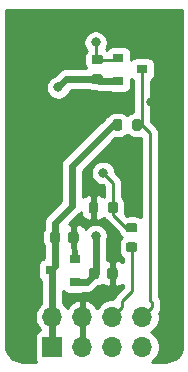
<source format=gbr>
G04 #@! TF.GenerationSoftware,KiCad,Pcbnew,(5.1.5)-3*
G04 #@! TF.CreationDate,2021-06-10T12:01:20+03:00*
G04 #@! TF.ProjectId,CNC3018Bluetooth,434e4333-3031-4384-926c-7565746f6f74,rev?*
G04 #@! TF.SameCoordinates,Original*
G04 #@! TF.FileFunction,Copper,L2,Bot*
G04 #@! TF.FilePolarity,Positive*
%FSLAX46Y46*%
G04 Gerber Fmt 4.6, Leading zero omitted, Abs format (unit mm)*
G04 Created by KiCad (PCBNEW (5.1.5)-3) date 2021-06-10 12:01:20*
%MOMM*%
%LPD*%
G04 APERTURE LIST*
%ADD10C,0.100000*%
%ADD11R,0.900000X0.800000*%
%ADD12O,1.700000X1.700000*%
%ADD13R,1.700000X1.700000*%
%ADD14C,0.800000*%
%ADD15C,0.600000*%
%ADD16C,0.250000*%
%ADD17C,0.254000*%
G04 APERTURE END LIST*
G04 #@! TA.AperFunction,SMDPad,CuDef*
D10*
G36*
X139867603Y-115361963D02*
G01*
X139887018Y-115364843D01*
X139906057Y-115369612D01*
X139924537Y-115376224D01*
X139942279Y-115384616D01*
X139959114Y-115394706D01*
X139974879Y-115406398D01*
X139989421Y-115419579D01*
X140002602Y-115434121D01*
X140014294Y-115449886D01*
X140024384Y-115466721D01*
X140032776Y-115484463D01*
X140039388Y-115502943D01*
X140044157Y-115521982D01*
X140047037Y-115541397D01*
X140048000Y-115561000D01*
X140048000Y-115961000D01*
X140047037Y-115980603D01*
X140044157Y-116000018D01*
X140039388Y-116019057D01*
X140032776Y-116037537D01*
X140024384Y-116055279D01*
X140014294Y-116072114D01*
X140002602Y-116087879D01*
X139989421Y-116102421D01*
X139974879Y-116115602D01*
X139959114Y-116127294D01*
X139942279Y-116137384D01*
X139924537Y-116145776D01*
X139906057Y-116152388D01*
X139887018Y-116157157D01*
X139867603Y-116160037D01*
X139848000Y-116161000D01*
X139298000Y-116161000D01*
X139278397Y-116160037D01*
X139258982Y-116157157D01*
X139239943Y-116152388D01*
X139221463Y-116145776D01*
X139203721Y-116137384D01*
X139186886Y-116127294D01*
X139171121Y-116115602D01*
X139156579Y-116102421D01*
X139143398Y-116087879D01*
X139131706Y-116072114D01*
X139121616Y-116055279D01*
X139113224Y-116037537D01*
X139106612Y-116019057D01*
X139101843Y-116000018D01*
X139098963Y-115980603D01*
X139098000Y-115961000D01*
X139098000Y-115561000D01*
X139098963Y-115541397D01*
X139101843Y-115521982D01*
X139106612Y-115502943D01*
X139113224Y-115484463D01*
X139121616Y-115466721D01*
X139131706Y-115449886D01*
X139143398Y-115434121D01*
X139156579Y-115419579D01*
X139171121Y-115406398D01*
X139186886Y-115394706D01*
X139203721Y-115384616D01*
X139221463Y-115376224D01*
X139239943Y-115369612D01*
X139258982Y-115364843D01*
X139278397Y-115361963D01*
X139298000Y-115361000D01*
X139848000Y-115361000D01*
X139867603Y-115361963D01*
G37*
G04 #@! TD.AperFunction*
G04 #@! TA.AperFunction,SMDPad,CuDef*
G36*
X139867603Y-117011963D02*
G01*
X139887018Y-117014843D01*
X139906057Y-117019612D01*
X139924537Y-117026224D01*
X139942279Y-117034616D01*
X139959114Y-117044706D01*
X139974879Y-117056398D01*
X139989421Y-117069579D01*
X140002602Y-117084121D01*
X140014294Y-117099886D01*
X140024384Y-117116721D01*
X140032776Y-117134463D01*
X140039388Y-117152943D01*
X140044157Y-117171982D01*
X140047037Y-117191397D01*
X140048000Y-117211000D01*
X140048000Y-117611000D01*
X140047037Y-117630603D01*
X140044157Y-117650018D01*
X140039388Y-117669057D01*
X140032776Y-117687537D01*
X140024384Y-117705279D01*
X140014294Y-117722114D01*
X140002602Y-117737879D01*
X139989421Y-117752421D01*
X139974879Y-117765602D01*
X139959114Y-117777294D01*
X139942279Y-117787384D01*
X139924537Y-117795776D01*
X139906057Y-117802388D01*
X139887018Y-117807157D01*
X139867603Y-117810037D01*
X139848000Y-117811000D01*
X139298000Y-117811000D01*
X139278397Y-117810037D01*
X139258982Y-117807157D01*
X139239943Y-117802388D01*
X139221463Y-117795776D01*
X139203721Y-117787384D01*
X139186886Y-117777294D01*
X139171121Y-117765602D01*
X139156579Y-117752421D01*
X139143398Y-117737879D01*
X139131706Y-117722114D01*
X139121616Y-117705279D01*
X139113224Y-117687537D01*
X139106612Y-117669057D01*
X139101843Y-117650018D01*
X139098963Y-117630603D01*
X139098000Y-117611000D01*
X139098000Y-117211000D01*
X139098963Y-117191397D01*
X139101843Y-117171982D01*
X139106612Y-117152943D01*
X139113224Y-117134463D01*
X139121616Y-117116721D01*
X139131706Y-117099886D01*
X139143398Y-117084121D01*
X139156579Y-117069579D01*
X139171121Y-117056398D01*
X139186886Y-117044706D01*
X139203721Y-117034616D01*
X139221463Y-117026224D01*
X139239943Y-117019612D01*
X139258982Y-117014843D01*
X139278397Y-117011963D01*
X139298000Y-117011000D01*
X139848000Y-117011000D01*
X139867603Y-117011963D01*
G37*
G04 #@! TD.AperFunction*
G04 #@! TA.AperFunction,SMDPad,CuDef*
G36*
X138204603Y-113571963D02*
G01*
X138224018Y-113574843D01*
X138243057Y-113579612D01*
X138261537Y-113586224D01*
X138279279Y-113594616D01*
X138296114Y-113604706D01*
X138311879Y-113616398D01*
X138326421Y-113629579D01*
X138339602Y-113644121D01*
X138351294Y-113659886D01*
X138361384Y-113676721D01*
X138369776Y-113694463D01*
X138376388Y-113712943D01*
X138381157Y-113731982D01*
X138384037Y-113751397D01*
X138385000Y-113771000D01*
X138385000Y-114321000D01*
X138384037Y-114340603D01*
X138381157Y-114360018D01*
X138376388Y-114379057D01*
X138369776Y-114397537D01*
X138361384Y-114415279D01*
X138351294Y-114432114D01*
X138339602Y-114447879D01*
X138326421Y-114462421D01*
X138311879Y-114475602D01*
X138296114Y-114487294D01*
X138279279Y-114497384D01*
X138261537Y-114505776D01*
X138243057Y-114512388D01*
X138224018Y-114517157D01*
X138204603Y-114520037D01*
X138185000Y-114521000D01*
X137785000Y-114521000D01*
X137765397Y-114520037D01*
X137745982Y-114517157D01*
X137726943Y-114512388D01*
X137708463Y-114505776D01*
X137690721Y-114497384D01*
X137673886Y-114487294D01*
X137658121Y-114475602D01*
X137643579Y-114462421D01*
X137630398Y-114447879D01*
X137618706Y-114432114D01*
X137608616Y-114415279D01*
X137600224Y-114397537D01*
X137593612Y-114379057D01*
X137588843Y-114360018D01*
X137585963Y-114340603D01*
X137585000Y-114321000D01*
X137585000Y-113771000D01*
X137585963Y-113751397D01*
X137588843Y-113731982D01*
X137593612Y-113712943D01*
X137600224Y-113694463D01*
X137608616Y-113676721D01*
X137618706Y-113659886D01*
X137630398Y-113644121D01*
X137643579Y-113629579D01*
X137658121Y-113616398D01*
X137673886Y-113604706D01*
X137690721Y-113594616D01*
X137708463Y-113586224D01*
X137726943Y-113579612D01*
X137745982Y-113574843D01*
X137765397Y-113571963D01*
X137785000Y-113571000D01*
X138185000Y-113571000D01*
X138204603Y-113571963D01*
G37*
G04 #@! TD.AperFunction*
G04 #@! TA.AperFunction,SMDPad,CuDef*
G36*
X136554603Y-113571963D02*
G01*
X136574018Y-113574843D01*
X136593057Y-113579612D01*
X136611537Y-113586224D01*
X136629279Y-113594616D01*
X136646114Y-113604706D01*
X136661879Y-113616398D01*
X136676421Y-113629579D01*
X136689602Y-113644121D01*
X136701294Y-113659886D01*
X136711384Y-113676721D01*
X136719776Y-113694463D01*
X136726388Y-113712943D01*
X136731157Y-113731982D01*
X136734037Y-113751397D01*
X136735000Y-113771000D01*
X136735000Y-114321000D01*
X136734037Y-114340603D01*
X136731157Y-114360018D01*
X136726388Y-114379057D01*
X136719776Y-114397537D01*
X136711384Y-114415279D01*
X136701294Y-114432114D01*
X136689602Y-114447879D01*
X136676421Y-114462421D01*
X136661879Y-114475602D01*
X136646114Y-114487294D01*
X136629279Y-114497384D01*
X136611537Y-114505776D01*
X136593057Y-114512388D01*
X136574018Y-114517157D01*
X136554603Y-114520037D01*
X136535000Y-114521000D01*
X136135000Y-114521000D01*
X136115397Y-114520037D01*
X136095982Y-114517157D01*
X136076943Y-114512388D01*
X136058463Y-114505776D01*
X136040721Y-114497384D01*
X136023886Y-114487294D01*
X136008121Y-114475602D01*
X135993579Y-114462421D01*
X135980398Y-114447879D01*
X135968706Y-114432114D01*
X135958616Y-114415279D01*
X135950224Y-114397537D01*
X135943612Y-114379057D01*
X135938843Y-114360018D01*
X135935963Y-114340603D01*
X135935000Y-114321000D01*
X135935000Y-113771000D01*
X135935963Y-113751397D01*
X135938843Y-113731982D01*
X135943612Y-113712943D01*
X135950224Y-113694463D01*
X135958616Y-113676721D01*
X135968706Y-113659886D01*
X135980398Y-113644121D01*
X135993579Y-113629579D01*
X136008121Y-113616398D01*
X136023886Y-113604706D01*
X136040721Y-113594616D01*
X136058463Y-113586224D01*
X136076943Y-113579612D01*
X136095982Y-113574843D01*
X136115397Y-113571963D01*
X136135000Y-113571000D01*
X136535000Y-113571000D01*
X136554603Y-113571963D01*
G37*
G04 #@! TD.AperFunction*
D11*
X132731000Y-119380000D03*
X134731000Y-120330000D03*
X134731000Y-118430000D03*
G04 #@! TA.AperFunction,SMDPad,CuDef*
D10*
G36*
X140236603Y-106586963D02*
G01*
X140256018Y-106589843D01*
X140275057Y-106594612D01*
X140293537Y-106601224D01*
X140311279Y-106609616D01*
X140328114Y-106619706D01*
X140343879Y-106631398D01*
X140358421Y-106644579D01*
X140371602Y-106659121D01*
X140383294Y-106674886D01*
X140393384Y-106691721D01*
X140401776Y-106709463D01*
X140408388Y-106727943D01*
X140413157Y-106746982D01*
X140416037Y-106766397D01*
X140417000Y-106786000D01*
X140417000Y-107336000D01*
X140416037Y-107355603D01*
X140413157Y-107375018D01*
X140408388Y-107394057D01*
X140401776Y-107412537D01*
X140393384Y-107430279D01*
X140383294Y-107447114D01*
X140371602Y-107462879D01*
X140358421Y-107477421D01*
X140343879Y-107490602D01*
X140328114Y-107502294D01*
X140311279Y-107512384D01*
X140293537Y-107520776D01*
X140275057Y-107527388D01*
X140256018Y-107532157D01*
X140236603Y-107535037D01*
X140217000Y-107536000D01*
X139817000Y-107536000D01*
X139797397Y-107535037D01*
X139777982Y-107532157D01*
X139758943Y-107527388D01*
X139740463Y-107520776D01*
X139722721Y-107512384D01*
X139705886Y-107502294D01*
X139690121Y-107490602D01*
X139675579Y-107477421D01*
X139662398Y-107462879D01*
X139650706Y-107447114D01*
X139640616Y-107430279D01*
X139632224Y-107412537D01*
X139625612Y-107394057D01*
X139620843Y-107375018D01*
X139617963Y-107355603D01*
X139617000Y-107336000D01*
X139617000Y-106786000D01*
X139617963Y-106766397D01*
X139620843Y-106746982D01*
X139625612Y-106727943D01*
X139632224Y-106709463D01*
X139640616Y-106691721D01*
X139650706Y-106674886D01*
X139662398Y-106659121D01*
X139675579Y-106644579D01*
X139690121Y-106631398D01*
X139705886Y-106619706D01*
X139722721Y-106609616D01*
X139740463Y-106601224D01*
X139758943Y-106594612D01*
X139777982Y-106589843D01*
X139797397Y-106586963D01*
X139817000Y-106586000D01*
X140217000Y-106586000D01*
X140236603Y-106586963D01*
G37*
G04 #@! TD.AperFunction*
G04 #@! TA.AperFunction,SMDPad,CuDef*
G36*
X138586603Y-106586963D02*
G01*
X138606018Y-106589843D01*
X138625057Y-106594612D01*
X138643537Y-106601224D01*
X138661279Y-106609616D01*
X138678114Y-106619706D01*
X138693879Y-106631398D01*
X138708421Y-106644579D01*
X138721602Y-106659121D01*
X138733294Y-106674886D01*
X138743384Y-106691721D01*
X138751776Y-106709463D01*
X138758388Y-106727943D01*
X138763157Y-106746982D01*
X138766037Y-106766397D01*
X138767000Y-106786000D01*
X138767000Y-107336000D01*
X138766037Y-107355603D01*
X138763157Y-107375018D01*
X138758388Y-107394057D01*
X138751776Y-107412537D01*
X138743384Y-107430279D01*
X138733294Y-107447114D01*
X138721602Y-107462879D01*
X138708421Y-107477421D01*
X138693879Y-107490602D01*
X138678114Y-107502294D01*
X138661279Y-107512384D01*
X138643537Y-107520776D01*
X138625057Y-107527388D01*
X138606018Y-107532157D01*
X138586603Y-107535037D01*
X138567000Y-107536000D01*
X138167000Y-107536000D01*
X138147397Y-107535037D01*
X138127982Y-107532157D01*
X138108943Y-107527388D01*
X138090463Y-107520776D01*
X138072721Y-107512384D01*
X138055886Y-107502294D01*
X138040121Y-107490602D01*
X138025579Y-107477421D01*
X138012398Y-107462879D01*
X138000706Y-107447114D01*
X137990616Y-107430279D01*
X137982224Y-107412537D01*
X137975612Y-107394057D01*
X137970843Y-107375018D01*
X137967963Y-107355603D01*
X137967000Y-107336000D01*
X137967000Y-106786000D01*
X137967963Y-106766397D01*
X137970843Y-106746982D01*
X137975612Y-106727943D01*
X137982224Y-106709463D01*
X137990616Y-106691721D01*
X138000706Y-106674886D01*
X138012398Y-106659121D01*
X138025579Y-106644579D01*
X138040121Y-106631398D01*
X138055886Y-106619706D01*
X138072721Y-106609616D01*
X138090463Y-106601224D01*
X138108943Y-106594612D01*
X138127982Y-106589843D01*
X138147397Y-106586963D01*
X138167000Y-106586000D01*
X138567000Y-106586000D01*
X138586603Y-106586963D01*
G37*
G04 #@! TD.AperFunction*
G04 #@! TA.AperFunction,SMDPad,CuDef*
G36*
X136946603Y-101137963D02*
G01*
X136966018Y-101140843D01*
X136985057Y-101145612D01*
X137003537Y-101152224D01*
X137021279Y-101160616D01*
X137038114Y-101170706D01*
X137053879Y-101182398D01*
X137068421Y-101195579D01*
X137081602Y-101210121D01*
X137093294Y-101225886D01*
X137103384Y-101242721D01*
X137111776Y-101260463D01*
X137118388Y-101278943D01*
X137123157Y-101297982D01*
X137126037Y-101317397D01*
X137127000Y-101337000D01*
X137127000Y-101737000D01*
X137126037Y-101756603D01*
X137123157Y-101776018D01*
X137118388Y-101795057D01*
X137111776Y-101813537D01*
X137103384Y-101831279D01*
X137093294Y-101848114D01*
X137081602Y-101863879D01*
X137068421Y-101878421D01*
X137053879Y-101891602D01*
X137038114Y-101903294D01*
X137021279Y-101913384D01*
X137003537Y-101921776D01*
X136985057Y-101928388D01*
X136966018Y-101933157D01*
X136946603Y-101936037D01*
X136927000Y-101937000D01*
X136377000Y-101937000D01*
X136357397Y-101936037D01*
X136337982Y-101933157D01*
X136318943Y-101928388D01*
X136300463Y-101921776D01*
X136282721Y-101913384D01*
X136265886Y-101903294D01*
X136250121Y-101891602D01*
X136235579Y-101878421D01*
X136222398Y-101863879D01*
X136210706Y-101848114D01*
X136200616Y-101831279D01*
X136192224Y-101813537D01*
X136185612Y-101795057D01*
X136180843Y-101776018D01*
X136177963Y-101756603D01*
X136177000Y-101737000D01*
X136177000Y-101337000D01*
X136177963Y-101317397D01*
X136180843Y-101297982D01*
X136185612Y-101278943D01*
X136192224Y-101260463D01*
X136200616Y-101242721D01*
X136210706Y-101225886D01*
X136222398Y-101210121D01*
X136235579Y-101195579D01*
X136250121Y-101182398D01*
X136265886Y-101170706D01*
X136282721Y-101160616D01*
X136300463Y-101152224D01*
X136318943Y-101145612D01*
X136337982Y-101140843D01*
X136357397Y-101137963D01*
X136377000Y-101137000D01*
X136927000Y-101137000D01*
X136946603Y-101137963D01*
G37*
G04 #@! TD.AperFunction*
G04 #@! TA.AperFunction,SMDPad,CuDef*
G36*
X136946603Y-102787963D02*
G01*
X136966018Y-102790843D01*
X136985057Y-102795612D01*
X137003537Y-102802224D01*
X137021279Y-102810616D01*
X137038114Y-102820706D01*
X137053879Y-102832398D01*
X137068421Y-102845579D01*
X137081602Y-102860121D01*
X137093294Y-102875886D01*
X137103384Y-102892721D01*
X137111776Y-102910463D01*
X137118388Y-102928943D01*
X137123157Y-102947982D01*
X137126037Y-102967397D01*
X137127000Y-102987000D01*
X137127000Y-103387000D01*
X137126037Y-103406603D01*
X137123157Y-103426018D01*
X137118388Y-103445057D01*
X137111776Y-103463537D01*
X137103384Y-103481279D01*
X137093294Y-103498114D01*
X137081602Y-103513879D01*
X137068421Y-103528421D01*
X137053879Y-103541602D01*
X137038114Y-103553294D01*
X137021279Y-103563384D01*
X137003537Y-103571776D01*
X136985057Y-103578388D01*
X136966018Y-103583157D01*
X136946603Y-103586037D01*
X136927000Y-103587000D01*
X136377000Y-103587000D01*
X136357397Y-103586037D01*
X136337982Y-103583157D01*
X136318943Y-103578388D01*
X136300463Y-103571776D01*
X136282721Y-103563384D01*
X136265886Y-103553294D01*
X136250121Y-103541602D01*
X136235579Y-103528421D01*
X136222398Y-103513879D01*
X136210706Y-103498114D01*
X136200616Y-103481279D01*
X136192224Y-103463537D01*
X136185612Y-103445057D01*
X136180843Y-103426018D01*
X136177963Y-103406603D01*
X136177000Y-103387000D01*
X136177000Y-102987000D01*
X136177963Y-102967397D01*
X136180843Y-102947982D01*
X136185612Y-102928943D01*
X136192224Y-102910463D01*
X136200616Y-102892721D01*
X136210706Y-102875886D01*
X136222398Y-102860121D01*
X136235579Y-102845579D01*
X136250121Y-102832398D01*
X136265886Y-102820706D01*
X136282721Y-102810616D01*
X136300463Y-102802224D01*
X136318943Y-102795612D01*
X136337982Y-102790843D01*
X136357397Y-102787963D01*
X136377000Y-102787000D01*
X136927000Y-102787000D01*
X136946603Y-102787963D01*
G37*
G04 #@! TD.AperFunction*
D11*
X140446000Y-102362000D03*
X138446000Y-101412000D03*
X138446000Y-103312000D03*
D12*
X140462000Y-123317000D03*
X140462000Y-125857000D03*
X137922000Y-123317000D03*
X137922000Y-125857000D03*
X135382000Y-123317000D03*
X135382000Y-125857000D03*
X132842000Y-123317000D03*
D13*
X132842000Y-125857000D03*
G04 #@! TA.AperFunction,SMDPad,CuDef*
D10*
G36*
X138182054Y-119160083D02*
G01*
X138203895Y-119163323D01*
X138225314Y-119168688D01*
X138246104Y-119176127D01*
X138266064Y-119185568D01*
X138285003Y-119196919D01*
X138302738Y-119210073D01*
X138319099Y-119224901D01*
X138333927Y-119241262D01*
X138347081Y-119258997D01*
X138358432Y-119277936D01*
X138367873Y-119297896D01*
X138375312Y-119318686D01*
X138380677Y-119340105D01*
X138383917Y-119361946D01*
X138385000Y-119384000D01*
X138385000Y-119884000D01*
X138383917Y-119906054D01*
X138380677Y-119927895D01*
X138375312Y-119949314D01*
X138367873Y-119970104D01*
X138358432Y-119990064D01*
X138347081Y-120009003D01*
X138333927Y-120026738D01*
X138319099Y-120043099D01*
X138302738Y-120057927D01*
X138285003Y-120071081D01*
X138266064Y-120082432D01*
X138246104Y-120091873D01*
X138225314Y-120099312D01*
X138203895Y-120104677D01*
X138182054Y-120107917D01*
X138160000Y-120109000D01*
X137710000Y-120109000D01*
X137687946Y-120107917D01*
X137666105Y-120104677D01*
X137644686Y-120099312D01*
X137623896Y-120091873D01*
X137603936Y-120082432D01*
X137584997Y-120071081D01*
X137567262Y-120057927D01*
X137550901Y-120043099D01*
X137536073Y-120026738D01*
X137522919Y-120009003D01*
X137511568Y-119990064D01*
X137502127Y-119970104D01*
X137494688Y-119949314D01*
X137489323Y-119927895D01*
X137486083Y-119906054D01*
X137485000Y-119884000D01*
X137485000Y-119384000D01*
X137486083Y-119361946D01*
X137489323Y-119340105D01*
X137494688Y-119318686D01*
X137502127Y-119297896D01*
X137511568Y-119277936D01*
X137522919Y-119258997D01*
X137536073Y-119241262D01*
X137550901Y-119224901D01*
X137567262Y-119210073D01*
X137584997Y-119196919D01*
X137603936Y-119185568D01*
X137623896Y-119176127D01*
X137644686Y-119168688D01*
X137666105Y-119163323D01*
X137687946Y-119160083D01*
X137710000Y-119159000D01*
X138160000Y-119159000D01*
X138182054Y-119160083D01*
G37*
G04 #@! TD.AperFunction*
G04 #@! TA.AperFunction,SMDPad,CuDef*
G36*
X136632054Y-119160083D02*
G01*
X136653895Y-119163323D01*
X136675314Y-119168688D01*
X136696104Y-119176127D01*
X136716064Y-119185568D01*
X136735003Y-119196919D01*
X136752738Y-119210073D01*
X136769099Y-119224901D01*
X136783927Y-119241262D01*
X136797081Y-119258997D01*
X136808432Y-119277936D01*
X136817873Y-119297896D01*
X136825312Y-119318686D01*
X136830677Y-119340105D01*
X136833917Y-119361946D01*
X136835000Y-119384000D01*
X136835000Y-119884000D01*
X136833917Y-119906054D01*
X136830677Y-119927895D01*
X136825312Y-119949314D01*
X136817873Y-119970104D01*
X136808432Y-119990064D01*
X136797081Y-120009003D01*
X136783927Y-120026738D01*
X136769099Y-120043099D01*
X136752738Y-120057927D01*
X136735003Y-120071081D01*
X136716064Y-120082432D01*
X136696104Y-120091873D01*
X136675314Y-120099312D01*
X136653895Y-120104677D01*
X136632054Y-120107917D01*
X136610000Y-120109000D01*
X136160000Y-120109000D01*
X136137946Y-120107917D01*
X136116105Y-120104677D01*
X136094686Y-120099312D01*
X136073896Y-120091873D01*
X136053936Y-120082432D01*
X136034997Y-120071081D01*
X136017262Y-120057927D01*
X136000901Y-120043099D01*
X135986073Y-120026738D01*
X135972919Y-120009003D01*
X135961568Y-119990064D01*
X135952127Y-119970104D01*
X135944688Y-119949314D01*
X135939323Y-119927895D01*
X135936083Y-119906054D01*
X135935000Y-119884000D01*
X135935000Y-119384000D01*
X135936083Y-119361946D01*
X135939323Y-119340105D01*
X135944688Y-119318686D01*
X135952127Y-119297896D01*
X135961568Y-119277936D01*
X135972919Y-119258997D01*
X135986073Y-119241262D01*
X136000901Y-119224901D01*
X136017262Y-119210073D01*
X136034997Y-119196919D01*
X136053936Y-119185568D01*
X136073896Y-119176127D01*
X136094686Y-119168688D01*
X136116105Y-119163323D01*
X136137946Y-119160083D01*
X136160000Y-119159000D01*
X136610000Y-119159000D01*
X136632054Y-119160083D01*
G37*
G04 #@! TD.AperFunction*
G04 #@! TA.AperFunction,SMDPad,CuDef*
G36*
X134880054Y-116112083D02*
G01*
X134901895Y-116115323D01*
X134923314Y-116120688D01*
X134944104Y-116128127D01*
X134964064Y-116137568D01*
X134983003Y-116148919D01*
X135000738Y-116162073D01*
X135017099Y-116176901D01*
X135031927Y-116193262D01*
X135045081Y-116210997D01*
X135056432Y-116229936D01*
X135065873Y-116249896D01*
X135073312Y-116270686D01*
X135078677Y-116292105D01*
X135081917Y-116313946D01*
X135083000Y-116336000D01*
X135083000Y-116836000D01*
X135081917Y-116858054D01*
X135078677Y-116879895D01*
X135073312Y-116901314D01*
X135065873Y-116922104D01*
X135056432Y-116942064D01*
X135045081Y-116961003D01*
X135031927Y-116978738D01*
X135017099Y-116995099D01*
X135000738Y-117009927D01*
X134983003Y-117023081D01*
X134964064Y-117034432D01*
X134944104Y-117043873D01*
X134923314Y-117051312D01*
X134901895Y-117056677D01*
X134880054Y-117059917D01*
X134858000Y-117061000D01*
X134408000Y-117061000D01*
X134385946Y-117059917D01*
X134364105Y-117056677D01*
X134342686Y-117051312D01*
X134321896Y-117043873D01*
X134301936Y-117034432D01*
X134282997Y-117023081D01*
X134265262Y-117009927D01*
X134248901Y-116995099D01*
X134234073Y-116978738D01*
X134220919Y-116961003D01*
X134209568Y-116942064D01*
X134200127Y-116922104D01*
X134192688Y-116901314D01*
X134187323Y-116879895D01*
X134184083Y-116858054D01*
X134183000Y-116836000D01*
X134183000Y-116336000D01*
X134184083Y-116313946D01*
X134187323Y-116292105D01*
X134192688Y-116270686D01*
X134200127Y-116249896D01*
X134209568Y-116229936D01*
X134220919Y-116210997D01*
X134234073Y-116193262D01*
X134248901Y-116176901D01*
X134265262Y-116162073D01*
X134282997Y-116148919D01*
X134301936Y-116137568D01*
X134321896Y-116128127D01*
X134342686Y-116120688D01*
X134364105Y-116115323D01*
X134385946Y-116112083D01*
X134408000Y-116111000D01*
X134858000Y-116111000D01*
X134880054Y-116112083D01*
G37*
G04 #@! TD.AperFunction*
G04 #@! TA.AperFunction,SMDPad,CuDef*
G36*
X133330054Y-116112083D02*
G01*
X133351895Y-116115323D01*
X133373314Y-116120688D01*
X133394104Y-116128127D01*
X133414064Y-116137568D01*
X133433003Y-116148919D01*
X133450738Y-116162073D01*
X133467099Y-116176901D01*
X133481927Y-116193262D01*
X133495081Y-116210997D01*
X133506432Y-116229936D01*
X133515873Y-116249896D01*
X133523312Y-116270686D01*
X133528677Y-116292105D01*
X133531917Y-116313946D01*
X133533000Y-116336000D01*
X133533000Y-116836000D01*
X133531917Y-116858054D01*
X133528677Y-116879895D01*
X133523312Y-116901314D01*
X133515873Y-116922104D01*
X133506432Y-116942064D01*
X133495081Y-116961003D01*
X133481927Y-116978738D01*
X133467099Y-116995099D01*
X133450738Y-117009927D01*
X133433003Y-117023081D01*
X133414064Y-117034432D01*
X133394104Y-117043873D01*
X133373314Y-117051312D01*
X133351895Y-117056677D01*
X133330054Y-117059917D01*
X133308000Y-117061000D01*
X132858000Y-117061000D01*
X132835946Y-117059917D01*
X132814105Y-117056677D01*
X132792686Y-117051312D01*
X132771896Y-117043873D01*
X132751936Y-117034432D01*
X132732997Y-117023081D01*
X132715262Y-117009927D01*
X132698901Y-116995099D01*
X132684073Y-116978738D01*
X132670919Y-116961003D01*
X132659568Y-116942064D01*
X132650127Y-116922104D01*
X132642688Y-116901314D01*
X132637323Y-116879895D01*
X132634083Y-116858054D01*
X132633000Y-116836000D01*
X132633000Y-116336000D01*
X132634083Y-116313946D01*
X132637323Y-116292105D01*
X132642688Y-116270686D01*
X132650127Y-116249896D01*
X132659568Y-116229936D01*
X132670919Y-116210997D01*
X132684073Y-116193262D01*
X132698901Y-116176901D01*
X132715262Y-116162073D01*
X132732997Y-116148919D01*
X132751936Y-116137568D01*
X132771896Y-116128127D01*
X132792686Y-116120688D01*
X132814105Y-116115323D01*
X132835946Y-116112083D01*
X132858000Y-116111000D01*
X133308000Y-116111000D01*
X133330054Y-116112083D01*
G37*
G04 #@! TD.AperFunction*
D14*
X139954000Y-108585000D03*
X139700000Y-114173000D03*
X135890000Y-112522000D03*
X137922000Y-116459000D03*
X136144000Y-107188000D03*
X140462000Y-98552000D03*
X136779000Y-98552000D03*
X133096000Y-99314000D03*
X132842000Y-102362000D03*
X132207000Y-107950000D03*
X131445000Y-120396000D03*
X142621000Y-120523000D03*
X141224000Y-105156000D03*
X136525000Y-116459000D03*
X133350000Y-103886000D03*
X136525000Y-100076000D03*
X137160000Y-111125000D03*
D15*
X132842000Y-125857000D02*
X132842000Y-123317000D01*
X132842000Y-119491000D02*
X132731000Y-119380000D01*
X132842000Y-123317000D02*
X132842000Y-119491000D01*
X133083000Y-119028000D02*
X132731000Y-119380000D01*
X133083000Y-116586000D02*
X133083000Y-119028000D01*
X137967000Y-107061000D02*
X134493000Y-110535000D01*
X138367000Y-107061000D02*
X137967000Y-107061000D01*
X134493000Y-110535000D02*
X134493000Y-113919000D01*
X133083000Y-115329000D02*
X133083000Y-116586000D01*
X134493000Y-113919000D02*
X133083000Y-115329000D01*
X135781000Y-120330000D02*
X136525000Y-119586000D01*
X134731000Y-120330000D02*
X135781000Y-120330000D01*
X136525000Y-119586000D02*
X136525000Y-116459000D01*
X136777000Y-103312000D02*
X136652000Y-103187000D01*
X138446000Y-103312000D02*
X136777000Y-103312000D01*
X136652000Y-103187000D02*
X134049000Y-103187000D01*
X134049000Y-103187000D02*
X133350000Y-103886000D01*
D16*
X140417000Y-107061000D02*
X140017000Y-107061000D01*
X140462000Y-123317000D02*
X141311999Y-122467001D01*
X141097000Y-121920000D02*
X141097000Y-107741000D01*
X141311999Y-122467001D02*
X141311999Y-122134999D01*
X141311999Y-122134999D02*
X141097000Y-121920000D01*
X141097000Y-107741000D02*
X140417000Y-107061000D01*
X140446000Y-107032000D02*
X140417000Y-107061000D01*
X140446000Y-102362000D02*
X140446000Y-107032000D01*
X138771999Y-122467001D02*
X138771999Y-121959001D01*
X137922000Y-123317000D02*
X138771999Y-122467001D01*
X139573000Y-121158000D02*
X139573000Y-117411000D01*
X138771999Y-121959001D02*
X139573000Y-121158000D01*
X136525000Y-101410000D02*
X136652000Y-101537000D01*
X136525000Y-100076000D02*
X136525000Y-101410000D01*
X138321000Y-101537000D02*
X138446000Y-101412000D01*
X136652000Y-101537000D02*
X138321000Y-101537000D01*
X137985000Y-114521000D02*
X137985000Y-114046000D01*
X137985000Y-114648000D02*
X137985000Y-114521000D01*
X139573000Y-115761000D02*
X139098000Y-115761000D01*
X139098000Y-115761000D02*
X137985000Y-114648000D01*
X137985000Y-114046000D02*
X137985000Y-113571000D01*
X137985000Y-114046000D02*
X137985000Y-111950000D01*
X137985000Y-111950000D02*
X137160000Y-111125000D01*
D17*
G36*
X143866001Y-125697711D02*
G01*
X143836766Y-125995876D01*
X143759551Y-126251624D01*
X143634131Y-126487504D01*
X143465289Y-126694525D01*
X143259446Y-126864813D01*
X143024444Y-126991879D01*
X142769240Y-127070877D01*
X142473118Y-127102000D01*
X141271655Y-127102000D01*
X141408632Y-127010475D01*
X141615475Y-126803632D01*
X141777990Y-126560411D01*
X141889932Y-126290158D01*
X141947000Y-126003260D01*
X141947000Y-125710740D01*
X141889932Y-125423842D01*
X141777990Y-125153589D01*
X141615475Y-124910368D01*
X141408632Y-124703525D01*
X141234240Y-124587000D01*
X141408632Y-124470475D01*
X141615475Y-124263632D01*
X141777990Y-124020411D01*
X141889932Y-123750158D01*
X141947000Y-123463260D01*
X141947000Y-123170740D01*
X141902251Y-122945772D01*
X141946973Y-122891278D01*
X142017545Y-122759248D01*
X142017545Y-122759247D01*
X142061002Y-122615987D01*
X142071999Y-122504334D01*
X142071999Y-122504325D01*
X142075675Y-122467002D01*
X142071999Y-122429679D01*
X142071999Y-122172332D01*
X142075676Y-122134999D01*
X142061002Y-121986013D01*
X142027486Y-121875524D01*
X142017545Y-121842752D01*
X141946973Y-121710723D01*
X141857000Y-121601091D01*
X141857000Y-107778322D01*
X141860676Y-107740999D01*
X141857000Y-107703676D01*
X141857000Y-107703667D01*
X141846003Y-107592014D01*
X141802546Y-107448753D01*
X141731974Y-107316724D01*
X141637001Y-107200999D01*
X141608002Y-107177201D01*
X141206000Y-106775199D01*
X141206000Y-103316320D01*
X141250494Y-103292537D01*
X141347185Y-103213185D01*
X141426537Y-103116494D01*
X141485502Y-103006180D01*
X141521812Y-102886482D01*
X141534072Y-102762000D01*
X141534072Y-101962000D01*
X141521812Y-101837518D01*
X141485502Y-101717820D01*
X141426537Y-101607506D01*
X141347185Y-101510815D01*
X141250494Y-101431463D01*
X141140180Y-101372498D01*
X141020482Y-101336188D01*
X140896000Y-101323928D01*
X139996000Y-101323928D01*
X139871518Y-101336188D01*
X139751820Y-101372498D01*
X139641506Y-101431463D01*
X139544815Y-101510815D01*
X139534072Y-101523905D01*
X139534072Y-101012000D01*
X139521812Y-100887518D01*
X139485502Y-100767820D01*
X139426537Y-100657506D01*
X139347185Y-100560815D01*
X139250494Y-100481463D01*
X139140180Y-100422498D01*
X139020482Y-100386188D01*
X138896000Y-100373928D01*
X137996000Y-100373928D01*
X137871518Y-100386188D01*
X137751820Y-100422498D01*
X137641506Y-100481463D01*
X137544815Y-100560815D01*
X137465463Y-100657506D01*
X137449690Y-100687015D01*
X137392744Y-100640280D01*
X137442205Y-100566256D01*
X137520226Y-100377898D01*
X137560000Y-100177939D01*
X137560000Y-99974061D01*
X137520226Y-99774102D01*
X137442205Y-99585744D01*
X137328937Y-99416226D01*
X137184774Y-99272063D01*
X137015256Y-99158795D01*
X136826898Y-99080774D01*
X136626939Y-99041000D01*
X136423061Y-99041000D01*
X136223102Y-99080774D01*
X136034744Y-99158795D01*
X135865226Y-99272063D01*
X135721063Y-99416226D01*
X135607795Y-99585744D01*
X135529774Y-99774102D01*
X135490000Y-99974061D01*
X135490000Y-100177939D01*
X135529774Y-100377898D01*
X135607795Y-100566256D01*
X135721063Y-100735774D01*
X135759733Y-100774444D01*
X135680169Y-100871392D01*
X135602722Y-101016284D01*
X135555031Y-101173500D01*
X135538928Y-101337000D01*
X135538928Y-101737000D01*
X135555031Y-101900500D01*
X135602722Y-102057716D01*
X135680169Y-102202608D01*
X135720704Y-102252000D01*
X134094931Y-102252000D01*
X134048999Y-102247476D01*
X133865707Y-102265529D01*
X133838020Y-102273928D01*
X133689460Y-102318993D01*
X133527028Y-102405814D01*
X133384656Y-102522656D01*
X133355374Y-102558336D01*
X133005142Y-102908569D01*
X132859744Y-102968795D01*
X132690226Y-103082063D01*
X132546063Y-103226226D01*
X132432795Y-103395744D01*
X132354774Y-103584102D01*
X132315000Y-103784061D01*
X132315000Y-103987939D01*
X132354774Y-104187898D01*
X132432795Y-104376256D01*
X132546063Y-104545774D01*
X132690226Y-104689937D01*
X132859744Y-104803205D01*
X133048102Y-104881226D01*
X133248061Y-104921000D01*
X133451939Y-104921000D01*
X133651898Y-104881226D01*
X133840256Y-104803205D01*
X134009774Y-104689937D01*
X134153937Y-104545774D01*
X134267205Y-104376256D01*
X134327431Y-104230858D01*
X134436290Y-104122000D01*
X135982801Y-104122000D01*
X136056284Y-104161278D01*
X136213500Y-104208969D01*
X136377000Y-104225072D01*
X136566018Y-104225072D01*
X136593709Y-104233472D01*
X136777000Y-104251524D01*
X136822935Y-104247000D01*
X137649856Y-104247000D01*
X137751820Y-104301502D01*
X137871518Y-104337812D01*
X137996000Y-104350072D01*
X138896000Y-104350072D01*
X139020482Y-104337812D01*
X139140180Y-104301502D01*
X139250494Y-104242537D01*
X139347185Y-104163185D01*
X139426537Y-104066494D01*
X139485502Y-103956180D01*
X139521812Y-103836482D01*
X139534072Y-103712000D01*
X139534072Y-103200095D01*
X139544815Y-103213185D01*
X139641506Y-103292537D01*
X139686000Y-103316320D01*
X139686001Y-105960830D01*
X139653500Y-105964031D01*
X139496284Y-106011722D01*
X139351392Y-106089169D01*
X139224394Y-106193394D01*
X139192000Y-106232866D01*
X139159606Y-106193394D01*
X139032608Y-106089169D01*
X138887716Y-106011722D01*
X138730500Y-105964031D01*
X138567000Y-105947928D01*
X138167000Y-105947928D01*
X138003500Y-105964031D01*
X137846284Y-106011722D01*
X137701392Y-106089169D01*
X137574394Y-106193394D01*
X137549141Y-106224165D01*
X137445028Y-106279814D01*
X137302656Y-106396656D01*
X137273370Y-106432341D01*
X133864341Y-109841370D01*
X133828656Y-109870656D01*
X133711814Y-110013029D01*
X133624993Y-110175461D01*
X133615185Y-110207795D01*
X133571529Y-110351709D01*
X133553476Y-110535000D01*
X133558000Y-110580932D01*
X133558001Y-113531709D01*
X132454341Y-114635370D01*
X132418656Y-114664656D01*
X132301814Y-114807029D01*
X132214993Y-114969461D01*
X132172209Y-115110502D01*
X132161529Y-115145709D01*
X132143476Y-115329000D01*
X132148000Y-115374933D01*
X132148000Y-115847220D01*
X132140382Y-115856503D01*
X132060625Y-116005717D01*
X132011512Y-116167623D01*
X131994928Y-116336000D01*
X131994928Y-116836000D01*
X132011512Y-117004377D01*
X132060625Y-117166283D01*
X132140382Y-117315497D01*
X132148000Y-117324780D01*
X132148001Y-118356772D01*
X132036820Y-118390498D01*
X131926506Y-118449463D01*
X131829815Y-118528815D01*
X131750463Y-118625506D01*
X131691498Y-118735820D01*
X131655188Y-118855518D01*
X131642928Y-118980000D01*
X131642928Y-119780000D01*
X131655188Y-119904482D01*
X131691498Y-120024180D01*
X131750463Y-120134494D01*
X131829815Y-120231185D01*
X131907001Y-120294530D01*
X131907000Y-122155753D01*
X131895368Y-122163525D01*
X131688525Y-122370368D01*
X131526010Y-122613589D01*
X131414068Y-122883842D01*
X131357000Y-123170740D01*
X131357000Y-123463260D01*
X131414068Y-123750158D01*
X131526010Y-124020411D01*
X131688525Y-124263632D01*
X131820380Y-124395487D01*
X131747820Y-124417498D01*
X131637506Y-124476463D01*
X131540815Y-124555815D01*
X131461463Y-124652506D01*
X131402498Y-124762820D01*
X131366188Y-124882518D01*
X131353928Y-125007000D01*
X131353928Y-126707000D01*
X131366188Y-126831482D01*
X131402498Y-126951180D01*
X131461463Y-127061494D01*
X131494705Y-127102000D01*
X130334279Y-127102000D01*
X130036124Y-127072766D01*
X129780376Y-126995551D01*
X129544496Y-126870131D01*
X129337475Y-126701289D01*
X129167187Y-126495446D01*
X129040121Y-126260444D01*
X128961123Y-126005240D01*
X128930000Y-125709118D01*
X128930000Y-97358200D01*
X143866000Y-97358200D01*
X143866001Y-125697711D01*
G37*
X143866001Y-125697711D02*
X143836766Y-125995876D01*
X143759551Y-126251624D01*
X143634131Y-126487504D01*
X143465289Y-126694525D01*
X143259446Y-126864813D01*
X143024444Y-126991879D01*
X142769240Y-127070877D01*
X142473118Y-127102000D01*
X141271655Y-127102000D01*
X141408632Y-127010475D01*
X141615475Y-126803632D01*
X141777990Y-126560411D01*
X141889932Y-126290158D01*
X141947000Y-126003260D01*
X141947000Y-125710740D01*
X141889932Y-125423842D01*
X141777990Y-125153589D01*
X141615475Y-124910368D01*
X141408632Y-124703525D01*
X141234240Y-124587000D01*
X141408632Y-124470475D01*
X141615475Y-124263632D01*
X141777990Y-124020411D01*
X141889932Y-123750158D01*
X141947000Y-123463260D01*
X141947000Y-123170740D01*
X141902251Y-122945772D01*
X141946973Y-122891278D01*
X142017545Y-122759248D01*
X142017545Y-122759247D01*
X142061002Y-122615987D01*
X142071999Y-122504334D01*
X142071999Y-122504325D01*
X142075675Y-122467002D01*
X142071999Y-122429679D01*
X142071999Y-122172332D01*
X142075676Y-122134999D01*
X142061002Y-121986013D01*
X142027486Y-121875524D01*
X142017545Y-121842752D01*
X141946973Y-121710723D01*
X141857000Y-121601091D01*
X141857000Y-107778322D01*
X141860676Y-107740999D01*
X141857000Y-107703676D01*
X141857000Y-107703667D01*
X141846003Y-107592014D01*
X141802546Y-107448753D01*
X141731974Y-107316724D01*
X141637001Y-107200999D01*
X141608002Y-107177201D01*
X141206000Y-106775199D01*
X141206000Y-103316320D01*
X141250494Y-103292537D01*
X141347185Y-103213185D01*
X141426537Y-103116494D01*
X141485502Y-103006180D01*
X141521812Y-102886482D01*
X141534072Y-102762000D01*
X141534072Y-101962000D01*
X141521812Y-101837518D01*
X141485502Y-101717820D01*
X141426537Y-101607506D01*
X141347185Y-101510815D01*
X141250494Y-101431463D01*
X141140180Y-101372498D01*
X141020482Y-101336188D01*
X140896000Y-101323928D01*
X139996000Y-101323928D01*
X139871518Y-101336188D01*
X139751820Y-101372498D01*
X139641506Y-101431463D01*
X139544815Y-101510815D01*
X139534072Y-101523905D01*
X139534072Y-101012000D01*
X139521812Y-100887518D01*
X139485502Y-100767820D01*
X139426537Y-100657506D01*
X139347185Y-100560815D01*
X139250494Y-100481463D01*
X139140180Y-100422498D01*
X139020482Y-100386188D01*
X138896000Y-100373928D01*
X137996000Y-100373928D01*
X137871518Y-100386188D01*
X137751820Y-100422498D01*
X137641506Y-100481463D01*
X137544815Y-100560815D01*
X137465463Y-100657506D01*
X137449690Y-100687015D01*
X137392744Y-100640280D01*
X137442205Y-100566256D01*
X137520226Y-100377898D01*
X137560000Y-100177939D01*
X137560000Y-99974061D01*
X137520226Y-99774102D01*
X137442205Y-99585744D01*
X137328937Y-99416226D01*
X137184774Y-99272063D01*
X137015256Y-99158795D01*
X136826898Y-99080774D01*
X136626939Y-99041000D01*
X136423061Y-99041000D01*
X136223102Y-99080774D01*
X136034744Y-99158795D01*
X135865226Y-99272063D01*
X135721063Y-99416226D01*
X135607795Y-99585744D01*
X135529774Y-99774102D01*
X135490000Y-99974061D01*
X135490000Y-100177939D01*
X135529774Y-100377898D01*
X135607795Y-100566256D01*
X135721063Y-100735774D01*
X135759733Y-100774444D01*
X135680169Y-100871392D01*
X135602722Y-101016284D01*
X135555031Y-101173500D01*
X135538928Y-101337000D01*
X135538928Y-101737000D01*
X135555031Y-101900500D01*
X135602722Y-102057716D01*
X135680169Y-102202608D01*
X135720704Y-102252000D01*
X134094931Y-102252000D01*
X134048999Y-102247476D01*
X133865707Y-102265529D01*
X133838020Y-102273928D01*
X133689460Y-102318993D01*
X133527028Y-102405814D01*
X133384656Y-102522656D01*
X133355374Y-102558336D01*
X133005142Y-102908569D01*
X132859744Y-102968795D01*
X132690226Y-103082063D01*
X132546063Y-103226226D01*
X132432795Y-103395744D01*
X132354774Y-103584102D01*
X132315000Y-103784061D01*
X132315000Y-103987939D01*
X132354774Y-104187898D01*
X132432795Y-104376256D01*
X132546063Y-104545774D01*
X132690226Y-104689937D01*
X132859744Y-104803205D01*
X133048102Y-104881226D01*
X133248061Y-104921000D01*
X133451939Y-104921000D01*
X133651898Y-104881226D01*
X133840256Y-104803205D01*
X134009774Y-104689937D01*
X134153937Y-104545774D01*
X134267205Y-104376256D01*
X134327431Y-104230858D01*
X134436290Y-104122000D01*
X135982801Y-104122000D01*
X136056284Y-104161278D01*
X136213500Y-104208969D01*
X136377000Y-104225072D01*
X136566018Y-104225072D01*
X136593709Y-104233472D01*
X136777000Y-104251524D01*
X136822935Y-104247000D01*
X137649856Y-104247000D01*
X137751820Y-104301502D01*
X137871518Y-104337812D01*
X137996000Y-104350072D01*
X138896000Y-104350072D01*
X139020482Y-104337812D01*
X139140180Y-104301502D01*
X139250494Y-104242537D01*
X139347185Y-104163185D01*
X139426537Y-104066494D01*
X139485502Y-103956180D01*
X139521812Y-103836482D01*
X139534072Y-103712000D01*
X139534072Y-103200095D01*
X139544815Y-103213185D01*
X139641506Y-103292537D01*
X139686000Y-103316320D01*
X139686001Y-105960830D01*
X139653500Y-105964031D01*
X139496284Y-106011722D01*
X139351392Y-106089169D01*
X139224394Y-106193394D01*
X139192000Y-106232866D01*
X139159606Y-106193394D01*
X139032608Y-106089169D01*
X138887716Y-106011722D01*
X138730500Y-105964031D01*
X138567000Y-105947928D01*
X138167000Y-105947928D01*
X138003500Y-105964031D01*
X137846284Y-106011722D01*
X137701392Y-106089169D01*
X137574394Y-106193394D01*
X137549141Y-106224165D01*
X137445028Y-106279814D01*
X137302656Y-106396656D01*
X137273370Y-106432341D01*
X133864341Y-109841370D01*
X133828656Y-109870656D01*
X133711814Y-110013029D01*
X133624993Y-110175461D01*
X133615185Y-110207795D01*
X133571529Y-110351709D01*
X133553476Y-110535000D01*
X133558000Y-110580932D01*
X133558001Y-113531709D01*
X132454341Y-114635370D01*
X132418656Y-114664656D01*
X132301814Y-114807029D01*
X132214993Y-114969461D01*
X132172209Y-115110502D01*
X132161529Y-115145709D01*
X132143476Y-115329000D01*
X132148000Y-115374933D01*
X132148000Y-115847220D01*
X132140382Y-115856503D01*
X132060625Y-116005717D01*
X132011512Y-116167623D01*
X131994928Y-116336000D01*
X131994928Y-116836000D01*
X132011512Y-117004377D01*
X132060625Y-117166283D01*
X132140382Y-117315497D01*
X132148000Y-117324780D01*
X132148001Y-118356772D01*
X132036820Y-118390498D01*
X131926506Y-118449463D01*
X131829815Y-118528815D01*
X131750463Y-118625506D01*
X131691498Y-118735820D01*
X131655188Y-118855518D01*
X131642928Y-118980000D01*
X131642928Y-119780000D01*
X131655188Y-119904482D01*
X131691498Y-120024180D01*
X131750463Y-120134494D01*
X131829815Y-120231185D01*
X131907001Y-120294530D01*
X131907000Y-122155753D01*
X131895368Y-122163525D01*
X131688525Y-122370368D01*
X131526010Y-122613589D01*
X131414068Y-122883842D01*
X131357000Y-123170740D01*
X131357000Y-123463260D01*
X131414068Y-123750158D01*
X131526010Y-124020411D01*
X131688525Y-124263632D01*
X131820380Y-124395487D01*
X131747820Y-124417498D01*
X131637506Y-124476463D01*
X131540815Y-124555815D01*
X131461463Y-124652506D01*
X131402498Y-124762820D01*
X131366188Y-124882518D01*
X131353928Y-125007000D01*
X131353928Y-126707000D01*
X131366188Y-126831482D01*
X131402498Y-126951180D01*
X131461463Y-127061494D01*
X131494705Y-127102000D01*
X130334279Y-127102000D01*
X130036124Y-127072766D01*
X129780376Y-126995551D01*
X129544496Y-126870131D01*
X129337475Y-126701289D01*
X129167187Y-126495446D01*
X129040121Y-126260444D01*
X128961123Y-126005240D01*
X128930000Y-125709118D01*
X128930000Y-97358200D01*
X143866000Y-97358200D01*
X143866001Y-125697711D01*
G36*
X139224394Y-107928606D02*
G01*
X139351392Y-108032831D01*
X139496284Y-108110278D01*
X139653500Y-108157969D01*
X139817000Y-108174072D01*
X140217000Y-108174072D01*
X140337001Y-108162253D01*
X140337000Y-114883367D01*
X140313608Y-114864169D01*
X140168716Y-114786722D01*
X140011500Y-114739031D01*
X139848000Y-114722928D01*
X139298000Y-114722928D01*
X139149368Y-114737567D01*
X138981212Y-114569410D01*
X139006969Y-114484500D01*
X139023072Y-114321000D01*
X139023072Y-113771000D01*
X139006969Y-113607500D01*
X138959278Y-113450284D01*
X138881831Y-113305392D01*
X138777606Y-113178394D01*
X138745000Y-113151635D01*
X138745000Y-111987322D01*
X138748676Y-111949999D01*
X138745000Y-111912676D01*
X138745000Y-111912667D01*
X138734003Y-111801014D01*
X138690546Y-111657753D01*
X138619974Y-111525724D01*
X138525001Y-111409999D01*
X138496002Y-111386201D01*
X138195000Y-111085198D01*
X138195000Y-111023061D01*
X138155226Y-110823102D01*
X138077205Y-110634744D01*
X137963937Y-110465226D01*
X137819774Y-110321063D01*
X137650256Y-110207795D01*
X137461898Y-110129774D01*
X137261939Y-110090000D01*
X137058061Y-110090000D01*
X136858102Y-110129774D01*
X136669744Y-110207795D01*
X136500226Y-110321063D01*
X136356063Y-110465226D01*
X136242795Y-110634744D01*
X136164774Y-110823102D01*
X136125000Y-111023061D01*
X136125000Y-111226939D01*
X136164774Y-111426898D01*
X136242795Y-111615256D01*
X136356063Y-111784774D01*
X136500226Y-111928937D01*
X136669744Y-112042205D01*
X136858102Y-112120226D01*
X137058061Y-112160000D01*
X137120198Y-112160000D01*
X137225001Y-112264803D01*
X137225000Y-113151634D01*
X137217410Y-113157863D01*
X137186185Y-113119815D01*
X137089494Y-113040463D01*
X136979180Y-112981498D01*
X136859482Y-112945188D01*
X136735000Y-112932928D01*
X136620750Y-112936000D01*
X136462000Y-113094750D01*
X136462000Y-113919000D01*
X136482000Y-113919000D01*
X136482000Y-114173000D01*
X136462000Y-114173000D01*
X136462000Y-114997250D01*
X136620750Y-115156000D01*
X136735000Y-115159072D01*
X136859482Y-115146812D01*
X136979180Y-115110502D01*
X137089494Y-115051537D01*
X137186185Y-114972185D01*
X137217410Y-114934137D01*
X137319392Y-115017831D01*
X137321537Y-115018978D01*
X137350026Y-115072276D01*
X137368997Y-115095392D01*
X137444999Y-115188001D01*
X137474002Y-115211804D01*
X138514930Y-116252732D01*
X138523722Y-116281716D01*
X138601169Y-116426608D01*
X138705394Y-116553606D01*
X138744866Y-116586000D01*
X138705394Y-116618394D01*
X138601169Y-116745392D01*
X138523722Y-116890284D01*
X138476031Y-117047500D01*
X138459928Y-117211000D01*
X138459928Y-117611000D01*
X138476031Y-117774500D01*
X138523722Y-117931716D01*
X138601169Y-118076608D01*
X138705394Y-118203606D01*
X138813001Y-118291917D01*
X138813001Y-118688788D01*
X138739494Y-118628463D01*
X138629180Y-118569498D01*
X138509482Y-118533188D01*
X138385000Y-118520928D01*
X138220750Y-118524000D01*
X138062000Y-118682750D01*
X138062000Y-119507000D01*
X138082000Y-119507000D01*
X138082000Y-119761000D01*
X138062000Y-119761000D01*
X138062000Y-120585250D01*
X138220750Y-120744000D01*
X138385000Y-120747072D01*
X138509482Y-120734812D01*
X138629180Y-120698502D01*
X138739494Y-120639537D01*
X138813000Y-120579212D01*
X138813000Y-120843197D01*
X138260996Y-121395202D01*
X138231999Y-121419000D01*
X138137025Y-121534725D01*
X138066453Y-121666754D01*
X138022996Y-121810015D01*
X138020831Y-121832000D01*
X137775740Y-121832000D01*
X137488842Y-121889068D01*
X137218589Y-122001010D01*
X136975368Y-122163525D01*
X136768525Y-122370368D01*
X136646805Y-122552534D01*
X136577178Y-122435645D01*
X136382269Y-122219412D01*
X136148920Y-122045359D01*
X135886099Y-121920175D01*
X135738890Y-121875524D01*
X135509000Y-121996845D01*
X135509000Y-123190000D01*
X135529000Y-123190000D01*
X135529000Y-123444000D01*
X135509000Y-123444000D01*
X135509000Y-125730000D01*
X135529000Y-125730000D01*
X135529000Y-125984000D01*
X135509000Y-125984000D01*
X135509000Y-126004000D01*
X135255000Y-126004000D01*
X135255000Y-125984000D01*
X135235000Y-125984000D01*
X135235000Y-125730000D01*
X135255000Y-125730000D01*
X135255000Y-123444000D01*
X135235000Y-123444000D01*
X135235000Y-123190000D01*
X135255000Y-123190000D01*
X135255000Y-121996845D01*
X135025110Y-121875524D01*
X134877901Y-121920175D01*
X134615080Y-122045359D01*
X134381731Y-122219412D01*
X134186822Y-122435645D01*
X134117195Y-122552534D01*
X133995475Y-122370368D01*
X133788632Y-122163525D01*
X133777000Y-122155753D01*
X133777000Y-121116830D01*
X133829815Y-121181185D01*
X133926506Y-121260537D01*
X134036820Y-121319502D01*
X134156518Y-121355812D01*
X134281000Y-121368072D01*
X135181000Y-121368072D01*
X135305482Y-121355812D01*
X135425180Y-121319502D01*
X135527144Y-121265000D01*
X135735068Y-121265000D01*
X135781000Y-121269524D01*
X135826932Y-121265000D01*
X135964292Y-121251471D01*
X136140540Y-121198007D01*
X136302972Y-121111186D01*
X136445344Y-120994344D01*
X136474630Y-120958659D01*
X136694544Y-120738745D01*
X136778377Y-120730488D01*
X136940283Y-120681375D01*
X137086351Y-120603300D01*
X137130506Y-120639537D01*
X137240820Y-120698502D01*
X137360518Y-120734812D01*
X137485000Y-120747072D01*
X137649250Y-120744000D01*
X137808000Y-120585250D01*
X137808000Y-119761000D01*
X137788000Y-119761000D01*
X137788000Y-119507000D01*
X137808000Y-119507000D01*
X137808000Y-118682750D01*
X137649250Y-118524000D01*
X137485000Y-118520928D01*
X137460000Y-118523390D01*
X137460000Y-116906295D01*
X137520226Y-116760898D01*
X137560000Y-116560939D01*
X137560000Y-116357061D01*
X137520226Y-116157102D01*
X137442205Y-115968744D01*
X137328937Y-115799226D01*
X137184774Y-115655063D01*
X137015256Y-115541795D01*
X136826898Y-115463774D01*
X136626939Y-115424000D01*
X136423061Y-115424000D01*
X136223102Y-115463774D01*
X136034744Y-115541795D01*
X135865226Y-115655063D01*
X135721063Y-115799226D01*
X135673562Y-115870316D01*
X135672502Y-115866820D01*
X135613537Y-115756506D01*
X135534185Y-115659815D01*
X135437494Y-115580463D01*
X135327180Y-115521498D01*
X135207482Y-115485188D01*
X135083000Y-115472928D01*
X134918750Y-115476000D01*
X134760000Y-115634750D01*
X134760000Y-116459000D01*
X134780000Y-116459000D01*
X134780000Y-116713000D01*
X134760000Y-116713000D01*
X134760000Y-117537250D01*
X134858000Y-117635250D01*
X134858000Y-118303000D01*
X134878000Y-118303000D01*
X134878000Y-118557000D01*
X134858000Y-118557000D01*
X134858000Y-118577000D01*
X134604000Y-118577000D01*
X134604000Y-118557000D01*
X134584000Y-118557000D01*
X134584000Y-118303000D01*
X134604000Y-118303000D01*
X134604000Y-117553750D01*
X134506000Y-117455750D01*
X134506000Y-116713000D01*
X134486000Y-116713000D01*
X134486000Y-116459000D01*
X134506000Y-116459000D01*
X134506000Y-115634750D01*
X134347250Y-115476000D01*
X134259923Y-115474367D01*
X135121664Y-114612626D01*
X135157344Y-114583344D01*
X135274186Y-114440972D01*
X135298980Y-114394585D01*
X135296928Y-114521000D01*
X135309188Y-114645482D01*
X135345498Y-114765180D01*
X135404463Y-114875494D01*
X135483815Y-114972185D01*
X135580506Y-115051537D01*
X135690820Y-115110502D01*
X135810518Y-115146812D01*
X135935000Y-115159072D01*
X136049250Y-115156000D01*
X136208000Y-114997250D01*
X136208000Y-114173000D01*
X136188000Y-114173000D01*
X136188000Y-113919000D01*
X136208000Y-113919000D01*
X136208000Y-113094750D01*
X136049250Y-112936000D01*
X135935000Y-112932928D01*
X135810518Y-112945188D01*
X135690820Y-112981498D01*
X135580506Y-113040463D01*
X135483815Y-113119815D01*
X135428000Y-113187826D01*
X135428000Y-110922289D01*
X138176217Y-108174072D01*
X138567000Y-108174072D01*
X138730500Y-108157969D01*
X138887716Y-108110278D01*
X139032608Y-108032831D01*
X139159606Y-107928606D01*
X139192000Y-107889134D01*
X139224394Y-107928606D01*
G37*
X139224394Y-107928606D02*
X139351392Y-108032831D01*
X139496284Y-108110278D01*
X139653500Y-108157969D01*
X139817000Y-108174072D01*
X140217000Y-108174072D01*
X140337001Y-108162253D01*
X140337000Y-114883367D01*
X140313608Y-114864169D01*
X140168716Y-114786722D01*
X140011500Y-114739031D01*
X139848000Y-114722928D01*
X139298000Y-114722928D01*
X139149368Y-114737567D01*
X138981212Y-114569410D01*
X139006969Y-114484500D01*
X139023072Y-114321000D01*
X139023072Y-113771000D01*
X139006969Y-113607500D01*
X138959278Y-113450284D01*
X138881831Y-113305392D01*
X138777606Y-113178394D01*
X138745000Y-113151635D01*
X138745000Y-111987322D01*
X138748676Y-111949999D01*
X138745000Y-111912676D01*
X138745000Y-111912667D01*
X138734003Y-111801014D01*
X138690546Y-111657753D01*
X138619974Y-111525724D01*
X138525001Y-111409999D01*
X138496002Y-111386201D01*
X138195000Y-111085198D01*
X138195000Y-111023061D01*
X138155226Y-110823102D01*
X138077205Y-110634744D01*
X137963937Y-110465226D01*
X137819774Y-110321063D01*
X137650256Y-110207795D01*
X137461898Y-110129774D01*
X137261939Y-110090000D01*
X137058061Y-110090000D01*
X136858102Y-110129774D01*
X136669744Y-110207795D01*
X136500226Y-110321063D01*
X136356063Y-110465226D01*
X136242795Y-110634744D01*
X136164774Y-110823102D01*
X136125000Y-111023061D01*
X136125000Y-111226939D01*
X136164774Y-111426898D01*
X136242795Y-111615256D01*
X136356063Y-111784774D01*
X136500226Y-111928937D01*
X136669744Y-112042205D01*
X136858102Y-112120226D01*
X137058061Y-112160000D01*
X137120198Y-112160000D01*
X137225001Y-112264803D01*
X137225000Y-113151634D01*
X137217410Y-113157863D01*
X137186185Y-113119815D01*
X137089494Y-113040463D01*
X136979180Y-112981498D01*
X136859482Y-112945188D01*
X136735000Y-112932928D01*
X136620750Y-112936000D01*
X136462000Y-113094750D01*
X136462000Y-113919000D01*
X136482000Y-113919000D01*
X136482000Y-114173000D01*
X136462000Y-114173000D01*
X136462000Y-114997250D01*
X136620750Y-115156000D01*
X136735000Y-115159072D01*
X136859482Y-115146812D01*
X136979180Y-115110502D01*
X137089494Y-115051537D01*
X137186185Y-114972185D01*
X137217410Y-114934137D01*
X137319392Y-115017831D01*
X137321537Y-115018978D01*
X137350026Y-115072276D01*
X137368997Y-115095392D01*
X137444999Y-115188001D01*
X137474002Y-115211804D01*
X138514930Y-116252732D01*
X138523722Y-116281716D01*
X138601169Y-116426608D01*
X138705394Y-116553606D01*
X138744866Y-116586000D01*
X138705394Y-116618394D01*
X138601169Y-116745392D01*
X138523722Y-116890284D01*
X138476031Y-117047500D01*
X138459928Y-117211000D01*
X138459928Y-117611000D01*
X138476031Y-117774500D01*
X138523722Y-117931716D01*
X138601169Y-118076608D01*
X138705394Y-118203606D01*
X138813001Y-118291917D01*
X138813001Y-118688788D01*
X138739494Y-118628463D01*
X138629180Y-118569498D01*
X138509482Y-118533188D01*
X138385000Y-118520928D01*
X138220750Y-118524000D01*
X138062000Y-118682750D01*
X138062000Y-119507000D01*
X138082000Y-119507000D01*
X138082000Y-119761000D01*
X138062000Y-119761000D01*
X138062000Y-120585250D01*
X138220750Y-120744000D01*
X138385000Y-120747072D01*
X138509482Y-120734812D01*
X138629180Y-120698502D01*
X138739494Y-120639537D01*
X138813000Y-120579212D01*
X138813000Y-120843197D01*
X138260996Y-121395202D01*
X138231999Y-121419000D01*
X138137025Y-121534725D01*
X138066453Y-121666754D01*
X138022996Y-121810015D01*
X138020831Y-121832000D01*
X137775740Y-121832000D01*
X137488842Y-121889068D01*
X137218589Y-122001010D01*
X136975368Y-122163525D01*
X136768525Y-122370368D01*
X136646805Y-122552534D01*
X136577178Y-122435645D01*
X136382269Y-122219412D01*
X136148920Y-122045359D01*
X135886099Y-121920175D01*
X135738890Y-121875524D01*
X135509000Y-121996845D01*
X135509000Y-123190000D01*
X135529000Y-123190000D01*
X135529000Y-123444000D01*
X135509000Y-123444000D01*
X135509000Y-125730000D01*
X135529000Y-125730000D01*
X135529000Y-125984000D01*
X135509000Y-125984000D01*
X135509000Y-126004000D01*
X135255000Y-126004000D01*
X135255000Y-125984000D01*
X135235000Y-125984000D01*
X135235000Y-125730000D01*
X135255000Y-125730000D01*
X135255000Y-123444000D01*
X135235000Y-123444000D01*
X135235000Y-123190000D01*
X135255000Y-123190000D01*
X135255000Y-121996845D01*
X135025110Y-121875524D01*
X134877901Y-121920175D01*
X134615080Y-122045359D01*
X134381731Y-122219412D01*
X134186822Y-122435645D01*
X134117195Y-122552534D01*
X133995475Y-122370368D01*
X133788632Y-122163525D01*
X133777000Y-122155753D01*
X133777000Y-121116830D01*
X133829815Y-121181185D01*
X133926506Y-121260537D01*
X134036820Y-121319502D01*
X134156518Y-121355812D01*
X134281000Y-121368072D01*
X135181000Y-121368072D01*
X135305482Y-121355812D01*
X135425180Y-121319502D01*
X135527144Y-121265000D01*
X135735068Y-121265000D01*
X135781000Y-121269524D01*
X135826932Y-121265000D01*
X135964292Y-121251471D01*
X136140540Y-121198007D01*
X136302972Y-121111186D01*
X136445344Y-120994344D01*
X136474630Y-120958659D01*
X136694544Y-120738745D01*
X136778377Y-120730488D01*
X136940283Y-120681375D01*
X137086351Y-120603300D01*
X137130506Y-120639537D01*
X137240820Y-120698502D01*
X137360518Y-120734812D01*
X137485000Y-120747072D01*
X137649250Y-120744000D01*
X137808000Y-120585250D01*
X137808000Y-119761000D01*
X137788000Y-119761000D01*
X137788000Y-119507000D01*
X137808000Y-119507000D01*
X137808000Y-118682750D01*
X137649250Y-118524000D01*
X137485000Y-118520928D01*
X137460000Y-118523390D01*
X137460000Y-116906295D01*
X137520226Y-116760898D01*
X137560000Y-116560939D01*
X137560000Y-116357061D01*
X137520226Y-116157102D01*
X137442205Y-115968744D01*
X137328937Y-115799226D01*
X137184774Y-115655063D01*
X137015256Y-115541795D01*
X136826898Y-115463774D01*
X136626939Y-115424000D01*
X136423061Y-115424000D01*
X136223102Y-115463774D01*
X136034744Y-115541795D01*
X135865226Y-115655063D01*
X135721063Y-115799226D01*
X135673562Y-115870316D01*
X135672502Y-115866820D01*
X135613537Y-115756506D01*
X135534185Y-115659815D01*
X135437494Y-115580463D01*
X135327180Y-115521498D01*
X135207482Y-115485188D01*
X135083000Y-115472928D01*
X134918750Y-115476000D01*
X134760000Y-115634750D01*
X134760000Y-116459000D01*
X134780000Y-116459000D01*
X134780000Y-116713000D01*
X134760000Y-116713000D01*
X134760000Y-117537250D01*
X134858000Y-117635250D01*
X134858000Y-118303000D01*
X134878000Y-118303000D01*
X134878000Y-118557000D01*
X134858000Y-118557000D01*
X134858000Y-118577000D01*
X134604000Y-118577000D01*
X134604000Y-118557000D01*
X134584000Y-118557000D01*
X134584000Y-118303000D01*
X134604000Y-118303000D01*
X134604000Y-117553750D01*
X134506000Y-117455750D01*
X134506000Y-116713000D01*
X134486000Y-116713000D01*
X134486000Y-116459000D01*
X134506000Y-116459000D01*
X134506000Y-115634750D01*
X134347250Y-115476000D01*
X134259923Y-115474367D01*
X135121664Y-114612626D01*
X135157344Y-114583344D01*
X135274186Y-114440972D01*
X135298980Y-114394585D01*
X135296928Y-114521000D01*
X135309188Y-114645482D01*
X135345498Y-114765180D01*
X135404463Y-114875494D01*
X135483815Y-114972185D01*
X135580506Y-115051537D01*
X135690820Y-115110502D01*
X135810518Y-115146812D01*
X135935000Y-115159072D01*
X136049250Y-115156000D01*
X136208000Y-114997250D01*
X136208000Y-114173000D01*
X136188000Y-114173000D01*
X136188000Y-113919000D01*
X136208000Y-113919000D01*
X136208000Y-113094750D01*
X136049250Y-112936000D01*
X135935000Y-112932928D01*
X135810518Y-112945188D01*
X135690820Y-112981498D01*
X135580506Y-113040463D01*
X135483815Y-113119815D01*
X135428000Y-113187826D01*
X135428000Y-110922289D01*
X138176217Y-108174072D01*
X138567000Y-108174072D01*
X138730500Y-108157969D01*
X138887716Y-108110278D01*
X139032608Y-108032831D01*
X139159606Y-107928606D01*
X139192000Y-107889134D01*
X139224394Y-107928606D01*
M02*

</source>
